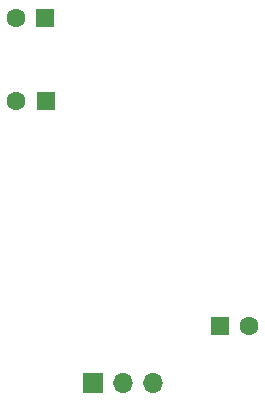
<source format=gbs>
G04 #@! TF.GenerationSoftware,KiCad,Pcbnew,8.0.6*
G04 #@! TF.CreationDate,2024-11-13T16:27:34-08:00*
G04 #@! TF.ProjectId,snes_switching_regulator,736e6573-5f73-4776-9974-6368696e675f,A*
G04 #@! TF.SameCoordinates,Original*
G04 #@! TF.FileFunction,Soldermask,Bot*
G04 #@! TF.FilePolarity,Negative*
%FSLAX46Y46*%
G04 Gerber Fmt 4.6, Leading zero omitted, Abs format (unit mm)*
G04 Created by KiCad (PCBNEW 8.0.6) date 2024-11-13 16:27:34*
%MOMM*%
%LPD*%
G01*
G04 APERTURE LIST*
%ADD10R,1.600000X1.600000*%
%ADD11C,1.600000*%
%ADD12O,1.700000X1.700000*%
%ADD13R,1.700000X1.700000*%
G04 APERTURE END LIST*
D10*
X129412380Y-104481000D03*
D11*
X126912380Y-104481000D03*
D10*
X129452380Y-111506000D03*
D11*
X126952380Y-111506000D03*
D10*
X144185000Y-130556000D03*
D11*
X146685000Y-130556000D03*
D12*
X138557000Y-135382000D03*
X136017000Y-135382000D03*
D13*
X133477000Y-135382000D03*
M02*

</source>
